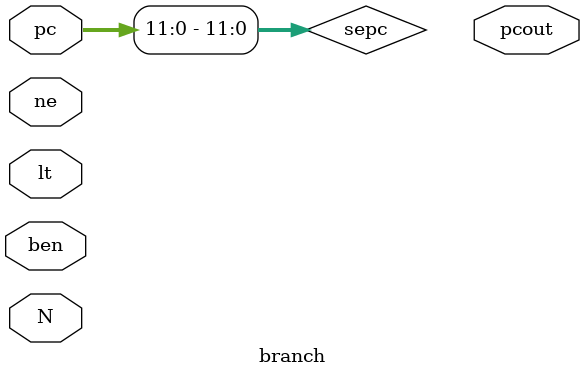
<source format=v>
module branch(ben, lt, ne, pc, pcout, N);
	input lt, ne, ben;
	input [11:0] pc;
	input [31:0] N;
	
	output [11:0] pcout;
	
	wire [11:0] pcoutbranch;
	wire [31:0] sepc;
	
	// Sign extend the PC
	assign sepc[11:0] = pc;
	assign sepc[31:12] = N[11] ? 20'b111111111111111:20'b000000000000000;
	cla clabranch(.S(pcoutbranch),.A(sepc),.B(N),.c0(1'b1));

	wire [11:0] pcoutimm;
	wire bne,blt;
	and andbne(bne,ne, ben);
	and andblt(blt,lt, ben);
	// bne should be the selector bit 2 and blt should be selector bit 6
	// If bne is true, PC = PC + 1 + N
	// assign pcoutimm = bne ? pcoutbranch[11:0]:pc;
	// assign pcout = blt ? pcoutbranch[11:0]:pcoutimm;
	
endmodule
</source>
